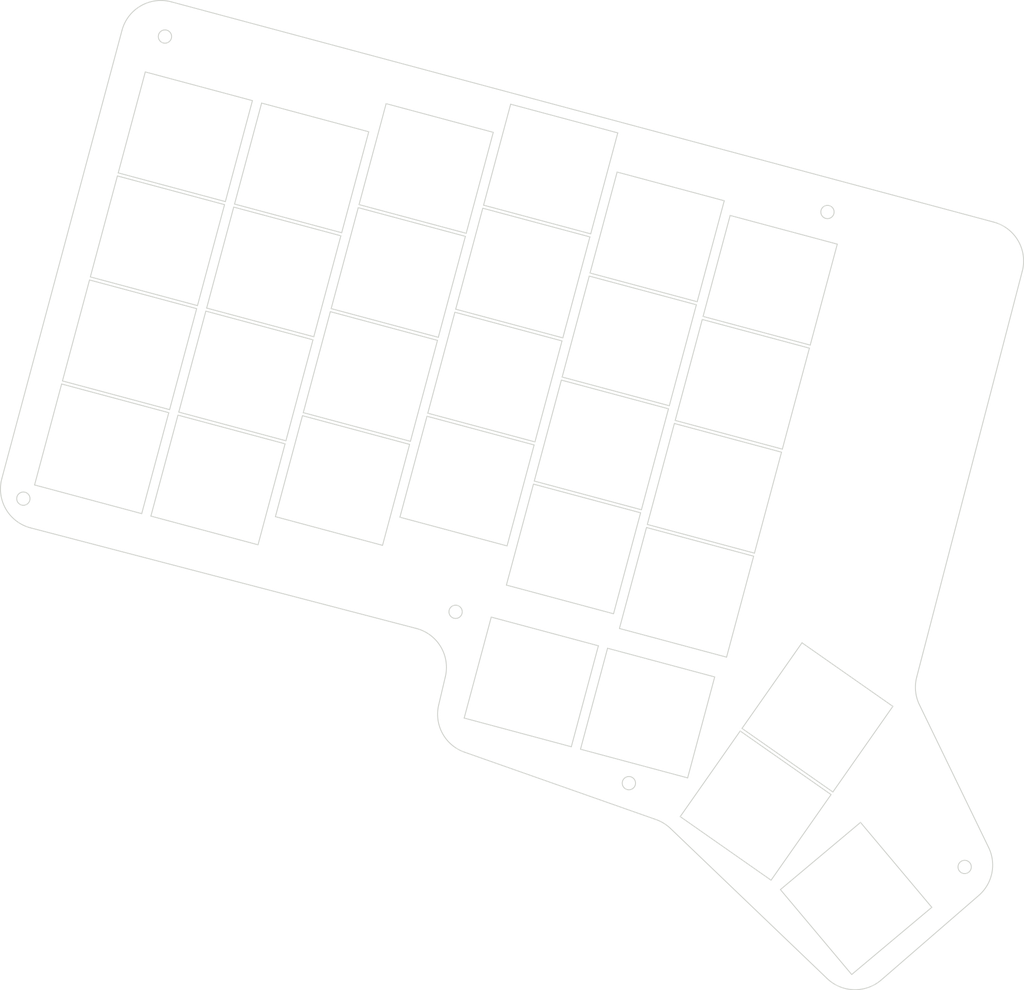
<source format=kicad_pcb>

            
(kicad_pcb (version 20171130) (host pcbnew 5.1.6)

  (page A3)
  (title_block
    (title top_plate)
    (rev v1.0.0)
    (company Unknown)
  )

  (general
    (thickness 1.6)
  )

  (layers
    (0 F.Cu signal)
    (31 B.Cu signal)
    (32 B.Adhes user)
    (33 F.Adhes user)
    (34 B.Paste user)
    (35 F.Paste user)
    (36 B.SilkS user)
    (37 F.SilkS user)
    (38 B.Mask user)
    (39 F.Mask user)
    (40 Dwgs.User user)
    (41 Cmts.User user)
    (42 Eco1.User user)
    (43 Eco2.User user)
    (44 Edge.Cuts user)
    (45 Margin user)
    (46 B.CrtYd user)
    (47 F.CrtYd user)
    (48 B.Fab user)
    (49 F.Fab user)
  )

  (setup
    (last_trace_width 0.25)
    (trace_clearance 0.2)
    (zone_clearance 0.508)
    (zone_45_only no)
    (trace_min 0.2)
    (via_size 0.8)
    (via_drill 0.4)
    (via_min_size 0.4)
    (via_min_drill 0.3)
    (uvia_size 0.3)
    (uvia_drill 0.1)
    (uvias_allowed no)
    (uvia_min_size 0.2)
    (uvia_min_drill 0.1)
    (edge_width 0.05)
    (segment_width 0.2)
    (pcb_text_width 0.3)
    (pcb_text_size 1.5 1.5)
    (mod_edge_width 0.12)
    (mod_text_size 1 1)
    (mod_text_width 0.15)
    (pad_size 1.524 1.524)
    (pad_drill 0.762)
    (pad_to_mask_clearance 0.05)
    (aux_axis_origin 0 0)
    (visible_elements FFFFFF7F)
    (pcbplotparams
      (layerselection 0x010fc_ffffffff)
      (usegerberextensions false)
      (usegerberattributes true)
      (usegerberadvancedattributes true)
      (creategerberjobfile true)
      (excludeedgelayer true)
      (linewidth 0.100000)
      (plotframeref false)
      (viasonmask false)
      (mode 1)
      (useauxorigin false)
      (hpglpennumber 1)
      (hpglpenspeed 20)
      (hpglpendiameter 15.000000)
      (psnegative false)
      (psa4output false)
      (plotreference true)
      (plotvalue true)
      (plotinvisibletext false)
      (padsonsilk false)
      (subtractmaskfromsilk false)
      (outputformat 1)
      (mirror false)
      (drillshape 1)
      (scaleselection 1)
      (outputdirectory ""))
  )

            (net 0 "")
            
  (net_class Default "This is the default net class."
    (clearance 0.2)
    (trace_width 0.25)
    (via_dia 0.8)
    (via_drill 0.4)
    (uvia_dia 0.3)
    (uvia_drill 0.1)
    (add_net "")
  )

            
            (gr_line (start -15.750826166054502 4.691037439738906) (end 3.2096897053102573 -66.07057118109151) (angle 90) (layer Edge.Cuts) (width 0.15))
(gr_line (start 10.98681946566925 -70.56069952295685) (end 140.75644270033658 -35.78903371992137) (angle 90) (layer Edge.Cuts) (width 0.15))
(gr_line (start 145.25871255989853 -28.057905348812596) (end 128.5974752815291 36.039867943558875) (angle 90) (layer Edge.Cuts) (width 0.15))
(gr_line (start 129.0289030206753 40.406624515045564) (end 139.94800963870154 62.93812754589385) (angle 90) (layer Edge.Cuts) (width 0.15))
(gr_line (start 138.39328511725896 70.50530891686543) (end 123.01848155492726 83.83467946748286) (angle 90) (layer Edge.Cuts) (width 0.15))
(gr_line (start 114.46492165559799 83.62105216067538) (end 89.74926410731214 59.93167154636846) (angle 90) (layer Edge.Cuts) (width 0.15))
(gr_line (start 87.46441016933812 58.526456807326745) (end 57.244283869904265 47.885037950479905) (angle 90) (layer Edge.Cuts) (width 0.15))
(gr_line (start 53.17277647630275 40.43856199702745) (end 54.22868411828011 35.959292193949324) (angle 90) (layer Edge.Cuts) (width 0.15))
(gr_line (start 49.650934570850715 28.35794933985892) (end -11.220042614249925 12.478916601339106) (angle 90) (layer Edge.Cuts) (width 0.15))
(gr_arc (start 9.343318756422416 -64.42707047184469) (end 10.986819456422417 -70.56069957184468) (angle -90.00000000000007) (layer Edge.Cuts) (width 0.15))
(gr_arc (start 139.11294199108983 -29.655404668809204) (end 145.25871259108982 -28.057905368809205) (angle -89.57071627961162) (layer Edge.Cuts) (width 0.15))
(gr_arc (start 134.74324585033784 37.63736726355535) (end 128.59747525033785 36.039867963555345) (angle -40.42624664500161) (layer Edge.Cuts) (width 0.15))
(gr_arc (start 134.23366680903905 65.70738479738412) (end 138.39328510903906 70.50530889738413) (angle -74.93148460646199) (layer Edge.Cuts) (width 0.15))
(gr_arc (start 118.8588632467074 79.0367553480016) (end 114.4649216467074 83.62105214800161) (angle -84.70945358480779) (layer Edge.Cuts) (width 0.15))
(gr_arc (start 85.35532251620273 64.51596835904222) (end 89.74926411620274 59.93167155904222) (angle -24.386702087717396) (layer Edge.Cuts) (width 0.15))
(gr_arc (start 59.3533715230397 41.89552639876446) (end 53.1727765230397 40.43856199876446) (angle -83.86558988875632) (layer Edge.Cuts) (width 0.15))
(gr_arc (start 48.04808907154315 34.50232779221233) (end 54.22868407154316 35.959292192212324) (angle -88.64373240863068) (layer Edge.Cuts) (width 0.15))
(gr_arc (start -9.617197114942343 6.3345381489857235) (end -15.750826214942343 4.691037448985724) (angle -90.37943678171396) (layer Edge.Cuts) (width 0.15))
(gr_line (start -10.5871081 5.7042214) (end 6.316593900000001 10.2335547) (angle 90) (layer Edge.Cuts) (width 0.15))
(gr_line (start 6.316593900000001 10.2335547) (end 10.587108100000002 -5.7042214) (angle 90) (layer Edge.Cuts) (width 0.15))
(gr_line (start 10.587108100000002 -5.7042214) (end -6.3165939 -10.2335547) (angle 90) (layer Edge.Cuts) (width 0.15))
(gr_line (start -6.3165939 -10.2335547) (end -10.5871081 5.7042214) (angle 90) (layer Edge.Cuts) (width 0.15))
(gr_line (start -6.1871843 -10.716517699999999) (end 10.7165177 -6.1871844) (angle 90) (layer Edge.Cuts) (width 0.15))
(gr_line (start 10.7165177 -6.1871844) (end 14.987031900000002 -22.1249605) (angle 90) (layer Edge.Cuts) (width 0.15))
(gr_line (start 14.987031900000002 -22.1249605) (end -1.9166701000000002 -26.654293799999998) (angle 90) (layer Edge.Cuts) (width 0.15))
(gr_line (start -1.9166701000000002 -26.654293799999998) (end -6.1871843 -10.716517699999999) (angle 90) (layer Edge.Cuts) (width 0.15))
(gr_line (start -1.7872605000000004 -27.137256700000002) (end 15.1164415 -22.607923400000004) (angle 90) (layer Edge.Cuts) (width 0.15))
(gr_line (start 15.1164415 -22.607923400000004) (end 19.3869557 -38.545699500000005) (angle 90) (layer Edge.Cuts) (width 0.15))
(gr_line (start 19.3869557 -38.545699500000005) (end 2.4832536999999997 -43.0750328) (angle 90) (layer Edge.Cuts) (width 0.15))
(gr_line (start 2.4832536999999997 -43.0750328) (end -1.7872605000000004 -27.137256700000002) (angle 90) (layer Edge.Cuts) (width 0.15))
(gr_line (start 2.6126632999999995 -43.5579958) (end 19.5163653 -39.0286625) (angle 90) (layer Edge.Cuts) (width 0.15))
(gr_line (start 19.5163653 -39.0286625) (end 23.7868795 -54.966438600000004) (angle 90) (layer Edge.Cuts) (width 0.15))
(gr_line (start 23.7868795 -54.966438600000004) (end 6.8831774999999995 -59.4957719) (angle 90) (layer Edge.Cuts) (width 0.15))
(gr_line (start 6.8831774999999995 -59.4957719) (end 2.6126632999999995 -43.5579958) (angle 90) (layer Edge.Cuts) (width 0.15))
(gr_line (start 7.7654826 10.621783299999999) (end 24.6691846 15.151116599999998) (angle 90) (layer Edge.Cuts) (width 0.15))
(gr_line (start 24.6691846 15.151116599999998) (end 28.939698800000002 -0.7866595000000007) (angle 90) (layer Edge.Cuts) (width 0.15))
(gr_line (start 28.939698800000002 -0.7866595000000007) (end 12.0359968 -5.3159928) (angle 90) (layer Edge.Cuts) (width 0.15))
(gr_line (start 12.0359968 -5.3159928) (end 7.7654826 10.621783299999999) (angle 90) (layer Edge.Cuts) (width 0.15))
(gr_line (start 12.1654064 -5.7989558) (end 29.0691084 -1.2696225000000005) (angle 90) (layer Edge.Cuts) (width 0.15))
(gr_line (start 29.0691084 -1.2696225000000005) (end 33.3396226 -17.207398599999998) (angle 90) (layer Edge.Cuts) (width 0.15))
(gr_line (start 33.3396226 -17.207398599999998) (end 16.4359206 -21.7367319) (angle 90) (layer Edge.Cuts) (width 0.15))
(gr_line (start 16.4359206 -21.7367319) (end 12.1654064 -5.7989558) (angle 90) (layer Edge.Cuts) (width 0.15))
(gr_line (start 16.5653302 -22.2196949) (end 33.4690322 -17.6903616) (angle 90) (layer Edge.Cuts) (width 0.15))
(gr_line (start 33.4690322 -17.6903616) (end 37.7395464 -33.628137699999996) (angle 90) (layer Edge.Cuts) (width 0.15))
(gr_line (start 37.7395464 -33.628137699999996) (end 20.8358444 -38.157471) (angle 90) (layer Edge.Cuts) (width 0.15))
(gr_line (start 20.8358444 -38.157471) (end 16.5653302 -22.2196949) (angle 90) (layer Edge.Cuts) (width 0.15))
(gr_line (start 20.965254 -38.6404339) (end 37.868956 -34.1111006) (angle 90) (layer Edge.Cuts) (width 0.15))
(gr_line (start 37.868956 -34.1111006) (end 42.139470200000005 -50.0488767) (angle 90) (layer Edge.Cuts) (width 0.15))
(gr_line (start 42.139470200000005 -50.0488767) (end 25.2357682 -54.57821) (angle 90) (layer Edge.Cuts) (width 0.15))
(gr_line (start 25.2357682 -54.57821) (end 20.965254 -38.6404339) (angle 90) (layer Edge.Cuts) (width 0.15))
(gr_line (start 27.4121685 10.709715999999998) (end 44.3158705 15.239049299999998) (angle 90) (layer Edge.Cuts) (width 0.15))
(gr_line (start 44.3158705 15.239049299999998) (end 48.5863847 -0.6987268000000011) (angle 90) (layer Edge.Cuts) (width 0.15))
(gr_line (start 48.5863847 -0.6987268000000011) (end 31.6826827 -5.2280601) (angle 90) (layer Edge.Cuts) (width 0.15))
(gr_line (start 31.6826827 -5.2280601) (end 27.4121685 10.709715999999998) (angle 90) (layer Edge.Cuts) (width 0.15))
(gr_line (start 31.812092299999996 -5.7110231) (end 48.7157943 -1.181689800000001) (angle 90) (layer Edge.Cuts) (width 0.15))
(gr_line (start 48.7157943 -1.181689800000001) (end 52.9863085 -17.1194659) (angle 90) (layer Edge.Cuts) (width 0.15))
(gr_line (start 52.9863085 -17.1194659) (end 36.0826065 -21.6487992) (angle 90) (layer Edge.Cuts) (width 0.15))
(gr_line (start 36.0826065 -21.6487992) (end 31.812092299999996 -5.7110231) (angle 90) (layer Edge.Cuts) (width 0.15))
(gr_line (start 36.2120161 -22.131762100000003) (end 53.1157181 -17.602428800000002) (angle 90) (layer Edge.Cuts) (width 0.15))
(gr_line (start 53.1157181 -17.602428800000002) (end 57.3862323 -33.5402049) (angle 90) (layer Edge.Cuts) (width 0.15))
(gr_line (start 57.3862323 -33.5402049) (end 40.4825303 -38.0695382) (angle 90) (layer Edge.Cuts) (width 0.15))
(gr_line (start 40.4825303 -38.0695382) (end 36.2120161 -22.131762100000003) (angle 90) (layer Edge.Cuts) (width 0.15))
(gr_line (start 40.611939899999996 -38.5525012) (end 57.5156419 -34.023167900000004) (angle 90) (layer Edge.Cuts) (width 0.15))
(gr_line (start 57.5156419 -34.023167900000004) (end 61.7861561 -49.960944000000005) (angle 90) (layer Edge.Cuts) (width 0.15))
(gr_line (start 61.7861561 -49.960944000000005) (end 44.8824541 -54.4902773) (angle 90) (layer Edge.Cuts) (width 0.15))
(gr_line (start 44.8824541 -54.4902773) (end 40.611939899999996 -38.5525012) (angle 90) (layer Edge.Cuts) (width 0.15))
(gr_line (start 47.058854499999995 10.7976487) (end 63.9625565 15.326982) (angle 90) (layer Edge.Cuts) (width 0.15))
(gr_line (start 63.9625565 15.326982) (end 68.2330707 -0.6107940999999997) (angle 90) (layer Edge.Cuts) (width 0.15))
(gr_line (start 68.2330707 -0.6107940999999997) (end 51.329368699999996 -5.140127399999999) (angle 90) (layer Edge.Cuts) (width 0.15))
(gr_line (start 51.329368699999996 -5.140127399999999) (end 47.058854499999995 10.7976487) (angle 90) (layer Edge.Cuts) (width 0.15))
(gr_line (start 51.4587783 -5.623090299999999) (end 68.3624803 -1.093757) (angle 90) (layer Edge.Cuts) (width 0.15))
(gr_line (start 68.3624803 -1.093757) (end 72.6329945 -17.031533099999997) (angle 90) (layer Edge.Cuts) (width 0.15))
(gr_line (start 72.6329945 -17.031533099999997) (end 55.7292925 -21.5608664) (angle 90) (layer Edge.Cuts) (width 0.15))
(gr_line (start 55.7292925 -21.5608664) (end 51.4587783 -5.623090299999999) (angle 90) (layer Edge.Cuts) (width 0.15))
(gr_line (start 55.858702099999995 -22.0438294) (end 72.7624041 -17.514496100000002) (angle 90) (layer Edge.Cuts) (width 0.15))
(gr_line (start 72.7624041 -17.514496100000002) (end 77.0329183 -33.4522722) (angle 90) (layer Edge.Cuts) (width 0.15))
(gr_line (start 77.0329183 -33.4522722) (end 60.129216299999996 -37.9816055) (angle 90) (layer Edge.Cuts) (width 0.15))
(gr_line (start 60.129216299999996 -37.9816055) (end 55.858702099999995 -22.0438294) (angle 90) (layer Edge.Cuts) (width 0.15))
(gr_line (start 60.25862589999999 -38.4645685) (end 77.1623279 -33.9352352) (angle 90) (layer Edge.Cuts) (width 0.15))
(gr_line (start 77.1623279 -33.9352352) (end 81.43284209999999 -49.8730113) (angle 90) (layer Edge.Cuts) (width 0.15))
(gr_line (start 81.43284209999999 -49.8730113) (end 64.52914009999999 -54.4023446) (angle 90) (layer Edge.Cuts) (width 0.15))
(gr_line (start 64.52914009999999 -54.4023446) (end 60.25862589999999 -38.4645685) (angle 90) (layer Edge.Cuts) (width 0.15))
(gr_line (start 63.8585309 21.5107656) (end 80.7622329 26.040098899999997) (angle 90) (layer Edge.Cuts) (width 0.15))
(gr_line (start 80.7622329 26.040098899999997) (end 85.0327471 10.102322799999998) (angle 90) (layer Edge.Cuts) (width 0.15))
(gr_line (start 85.0327471 10.102322799999998) (end 68.1290451 5.5729894999999985) (angle 90) (layer Edge.Cuts) (width 0.15))
(gr_line (start 68.1290451 5.5729894999999985) (end 63.8585309 21.5107656) (angle 90) (layer Edge.Cuts) (width 0.15))
(gr_line (start 68.2584547 5.0900265) (end 85.1621567 9.619359799999998) (angle 90) (layer Edge.Cuts) (width 0.15))
(gr_line (start 85.1621567 9.619359799999998) (end 89.4326709 -6.3184163) (angle 90) (layer Edge.Cuts) (width 0.15))
(gr_line (start 89.4326709 -6.3184163) (end 72.5289689 -10.8477496) (angle 90) (layer Edge.Cuts) (width 0.15))
(gr_line (start 72.5289689 -10.8477496) (end 68.2584547 5.0900265) (angle 90) (layer Edge.Cuts) (width 0.15))
(gr_line (start 72.65837850000001 -11.3307126) (end 89.56208050000001 -6.801379300000001) (angle 90) (layer Edge.Cuts) (width 0.15))
(gr_line (start 89.56208050000001 -6.801379300000001) (end 93.83259470000002 -22.7391554) (angle 90) (layer Edge.Cuts) (width 0.15))
(gr_line (start 93.83259470000002 -22.7391554) (end 76.9288927 -27.2684887) (angle 90) (layer Edge.Cuts) (width 0.15))
(gr_line (start 76.9288927 -27.2684887) (end 72.65837850000001 -11.3307126) (angle 90) (layer Edge.Cuts) (width 0.15))
(gr_line (start 77.05830230000001 -27.751451599999996) (end 93.9620043 -23.222118299999998) (angle 90) (layer Edge.Cuts) (width 0.15))
(gr_line (start 93.9620043 -23.222118299999998) (end 98.2325185 -39.1598944) (angle 90) (layer Edge.Cuts) (width 0.15))
(gr_line (start 98.2325185 -39.1598944) (end 81.3288165 -43.689227699999996) (angle 90) (layer Edge.Cuts) (width 0.15))
(gr_line (start 81.3288165 -43.689227699999996) (end 77.05830230000001 -27.751451599999996) (angle 90) (layer Edge.Cuts) (width 0.15))
(gr_line (start 81.6934835 28.360179000000002) (end 98.5971855 32.8895123) (angle 90) (layer Edge.Cuts) (width 0.15))
(gr_line (start 98.5971855 32.8895123) (end 102.8676997 16.9517362) (angle 90) (layer Edge.Cuts) (width 0.15))
(gr_line (start 102.8676997 16.9517362) (end 85.9639977 12.422402900000002) (angle 90) (layer Edge.Cuts) (width 0.15))
(gr_line (start 85.9639977 12.422402900000002) (end 81.6934835 28.360179000000002) (angle 90) (layer Edge.Cuts) (width 0.15))
(gr_line (start 86.09340730000001 11.9394399) (end 102.9971093 16.4687732) (angle 90) (layer Edge.Cuts) (width 0.15))
(gr_line (start 102.9971093 16.4687732) (end 107.26762350000001 0.5309971000000004) (angle 90) (layer Edge.Cuts) (width 0.15))
(gr_line (start 107.26762350000001 0.5309971000000004) (end 90.3639215 -3.998336199999999) (angle 90) (layer Edge.Cuts) (width 0.15))
(gr_line (start 90.3639215 -3.998336199999999) (end 86.09340730000001 11.9394399) (angle 90) (layer Edge.Cuts) (width 0.15))
(gr_line (start 90.4933311 -4.4812992000000005) (end 107.3970331 0.04803409999999886) (angle 90) (layer Edge.Cuts) (width 0.15))
(gr_line (start 107.3970331 0.04803409999999886) (end 111.6675473 -15.889742) (angle 90) (layer Edge.Cuts) (width 0.15))
(gr_line (start 111.6675473 -15.889742) (end 94.7638453 -20.4190753) (angle 90) (layer Edge.Cuts) (width 0.15))
(gr_line (start 94.7638453 -20.4190753) (end 90.4933311 -4.4812992000000005) (angle 90) (layer Edge.Cuts) (width 0.15))
(gr_line (start 94.8932549 -20.9020382) (end 111.7969569 -16.372704900000002) (angle 90) (layer Edge.Cuts) (width 0.15))
(gr_line (start 111.7969569 -16.372704900000002) (end 116.0674711 -32.310481) (angle 90) (layer Edge.Cuts) (width 0.15))
(gr_line (start 116.0674711 -32.310481) (end 99.1637691 -36.8398143) (angle 90) (layer Edge.Cuts) (width 0.15))
(gr_line (start 99.1637691 -36.8398143) (end 94.8932549 -20.9020382) (angle 90) (layer Edge.Cuts) (width 0.15))
(gr_line (start 57.19858609999999 42.5023146) (end 74.1022881 47.031647899999996) (angle 90) (layer Edge.Cuts) (width 0.15))
(gr_line (start 74.1022881 47.031647899999996) (end 78.37280229999999 31.093871799999995) (angle 90) (layer Edge.Cuts) (width 0.15))
(gr_line (start 78.37280229999999 31.093871799999995) (end 61.469100299999994 26.564538499999998) (angle 90) (layer Edge.Cuts) (width 0.15))
(gr_line (start 61.469100299999994 26.564538499999998) (end 57.19858609999999 42.5023146) (angle 90) (layer Edge.Cuts) (width 0.15))
(gr_line (start 75.55117680000001 47.4198765) (end 92.4548788 51.9492098) (angle 90) (layer Edge.Cuts) (width 0.15))
(gr_line (start 92.4548788 51.9492098) (end 96.725393 36.0114337) (angle 90) (layer Edge.Cuts) (width 0.15))
(gr_line (start 96.725393 36.0114337) (end 79.821691 31.4821004) (angle 90) (layer Edge.Cuts) (width 0.15))
(gr_line (start 79.821691 31.4821004) (end 75.55117680000001 47.4198765) (angle 90) (layer Edge.Cuts) (width 0.15))
(gr_line (start 91.2844715 58.0615248) (end 105.61963229999999 68.0991125) (angle 90) (layer Edge.Cuts) (width 0.15))
(gr_line (start 105.61963229999999 68.0991125) (end 115.0836435 54.5831038) (angle 90) (layer Edge.Cuts) (width 0.15))
(gr_line (start 115.0836435 54.5831038) (end 100.7484827 44.5455161) (angle 90) (layer Edge.Cuts) (width 0.15))
(gr_line (start 100.7484827 44.5455161) (end 91.2844715 58.0615248) (angle 90) (layer Edge.Cuts) (width 0.15))
(gr_line (start 101.0352709 44.1359401) (end 115.3704317 54.1735278) (angle 90) (layer Edge.Cuts) (width 0.15))
(gr_line (start 115.3704317 54.1735278) (end 124.8344429 40.6575191) (angle 90) (layer Edge.Cuts) (width 0.15))
(gr_line (start 124.8344429 40.6575191) (end 110.4992821 30.6199314) (angle 90) (layer Edge.Cuts) (width 0.15))
(gr_line (start 110.4992821 30.6199314) (end 101.0352709 44.1359401) (angle 90) (layer Edge.Cuts) (width 0.15))
(gr_line (start 107.09170750000001 69.58079939999999) (end 118.34049060000001 82.9865772) (angle 90) (layer Edge.Cuts) (width 0.15))
(gr_line (start 118.34049060000001 82.9865772) (end 130.9802239 72.3805816) (angle 90) (layer Edge.Cuts) (width 0.15))
(gr_line (start 130.9802239 72.3805816) (end 119.7314408 58.9748038) (angle 90) (layer Edge.Cuts) (width 0.15))
(gr_line (start 119.7314408 58.9748038) (end 107.09170750000001 69.58079939999999) (angle 90) (layer Edge.Cuts) (width 0.15))
(gr_circle (center 9.985040699999999 -65.0833425) (end 11.0350407 -65.0833425) (layer Edge.Cuts) (width 0.15))
(gr_circle (center 114.5179052 -37.3844288) (end 115.5679052 -37.3844288) (layer Edge.Cuts) (width 0.15))
(gr_circle (center -12.3566173 7.8648607) (end -11.3066173 7.8648607) (layer Edge.Cuts) (width 0.15))
(gr_circle (center 83.1844661 52.778093999999996) (end 84.23446609999999 52.778093999999996) (layer Edge.Cuts) (width 0.15))
(gr_circle (center 55.843387099999994 25.730062699999998) (end 56.89338709999999 25.730062699999998) (layer Edge.Cuts) (width 0.15))
(gr_circle (center 136.1658818 66.0059167) (end 137.2158818 66.0059167) (layer Edge.Cuts) (width 0.15))
            
)

        
</source>
